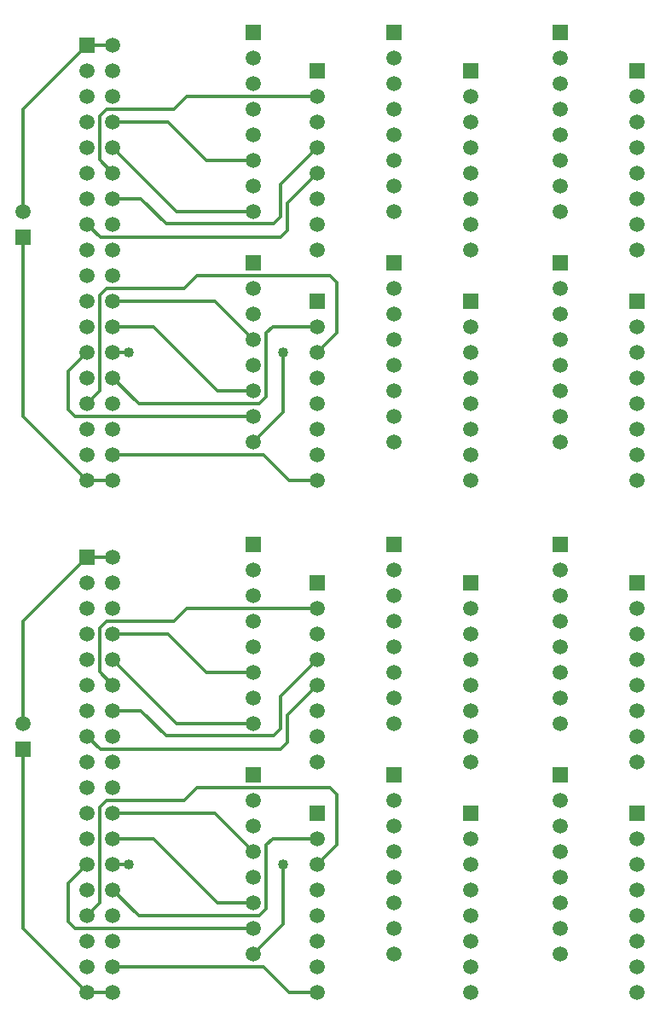
<source format=gbr>
G04 DipTrace 2.4.0.2*
%INBottom.gbr*%
%MOIN*%
%ADD13C,0.013*%
%ADD14R,0.0591X0.0591*%
%ADD15C,0.0591*%
%ADD16C,0.04*%
%FSLAX44Y44*%
G04*
G70*
G90*
G75*
G01*
%LNBottom*%
%LPD*%
X8440Y50440D2*
D13*
X7440D1*
X4940Y47940D1*
Y43940D1*
X13940Y38940D2*
X12440Y40440D1*
X8440D1*
X13940Y36940D2*
X12519D1*
X10019Y39440D1*
X8440D1*
X13940Y35940D2*
X6950D1*
X6690Y36200D1*
Y37690D1*
X7440Y38440D1*
X13940Y34940D2*
X15085Y36085D1*
Y38440D1*
X9065D2*
X8440D1*
X16440Y39440D2*
X14690D1*
X14430Y39180D1*
Y36690D1*
X14170Y36430D1*
X9450D1*
X8440Y37440D1*
X16440Y38440D2*
X17190Y39190D1*
Y41170D1*
X16930Y41430D1*
X11720D1*
X11220Y40930D1*
X8190D1*
X7930Y40670D1*
Y36930D1*
X7440Y36440D1*
X16440Y33440D2*
X15325D1*
X14325Y34440D1*
X8440D1*
Y30440D2*
X7440D1*
X4940Y27940D1*
Y23940D1*
X8440Y13440D2*
X7440D1*
X4940Y15940D1*
Y22940D1*
X8440Y33440D2*
X7440D1*
X4940Y35940D1*
Y42940D1*
X13940Y25940D2*
X12101D1*
X10601Y27440D1*
X8440D1*
X13940Y23940D2*
X10940D1*
X8440Y26440D1*
X16440Y25440D2*
X15264Y24264D1*
Y23190D1*
X15004Y22930D1*
X7950D1*
X7440Y23440D1*
X16440Y26440D2*
X15004Y25004D1*
Y23710D1*
X14744Y23450D1*
X10522D1*
X9532Y24440D1*
X8440D1*
X16440Y28440D2*
X11346D1*
X10836Y27930D1*
X8190D1*
X7930Y27670D1*
Y25950D1*
X8440Y25440D1*
X16440Y19440D2*
X14690D1*
X14430Y19180D1*
Y16690D1*
X14170Y16430D1*
X9450D1*
X8440Y17440D1*
X16440Y18440D2*
X17190Y19190D1*
Y21170D1*
X16930Y21430D1*
X11720D1*
X11220Y20930D1*
X8190D1*
X7930Y20670D1*
Y16930D1*
X7440Y16440D1*
X16440Y13440D2*
X15325D1*
X14325Y14440D1*
X8440D1*
X13940Y14940D2*
X15085Y16085D1*
Y18440D1*
X9065D2*
X8440D1*
X13940Y15940D2*
X6950D1*
X6690Y16200D1*
Y17690D1*
X7440Y18440D1*
X13940Y16940D2*
X12519D1*
X10019Y19440D1*
X8440D1*
X13940Y18940D2*
X12440Y20440D1*
X8440D1*
X13940Y45940D2*
X12101D1*
X10601Y47440D1*
X8440D1*
X13940Y43940D2*
X10940D1*
X8440Y46440D1*
X16440Y48440D2*
X11346D1*
X10836Y47930D1*
X8190D1*
X7930Y47670D1*
Y45950D1*
X8440Y45440D1*
X16440Y46440D2*
X15004Y45004D1*
Y43710D1*
X14744Y43450D1*
X10522D1*
X9532Y44440D1*
X8440D1*
X16440Y45440D2*
X15264Y44264D1*
Y43190D1*
X15004Y42930D1*
X7950D1*
X7440Y43440D1*
D16*
X15085Y38440D3*
X9065D3*
X15085Y18440D3*
X9065D3*
D14*
X7440Y50440D3*
D15*
X8440D3*
X7440Y49440D3*
X8440D3*
X7440Y48440D3*
X8440D3*
X7440Y47440D3*
X8440D3*
X7440Y46440D3*
X8440D3*
X7440Y45440D3*
X8440D3*
X7440Y44440D3*
X8440D3*
X7440Y43440D3*
X8440D3*
X7440Y42440D3*
X8440D3*
X7440Y41440D3*
X8440D3*
X7440Y40440D3*
X8440D3*
X7440Y39440D3*
X8440D3*
X7440Y38440D3*
X8440D3*
X7440Y37440D3*
X8440D3*
X7440Y36440D3*
X8440D3*
X7440Y35440D3*
X8440D3*
X7440Y34440D3*
X8440D3*
X7440Y33440D3*
X8440D3*
D14*
X13940Y50940D3*
D15*
Y49940D3*
Y48940D3*
Y47940D3*
Y46940D3*
Y45940D3*
Y44940D3*
Y43940D3*
D14*
X19440Y50940D3*
D15*
Y49940D3*
Y48940D3*
Y47940D3*
Y46940D3*
Y45940D3*
Y44940D3*
Y43940D3*
D14*
X16440Y49440D3*
D15*
Y48440D3*
Y47440D3*
Y46440D3*
Y45440D3*
Y44440D3*
Y43440D3*
Y42440D3*
D14*
X22440Y49440D3*
D15*
Y48440D3*
Y47440D3*
Y46440D3*
Y45440D3*
Y44440D3*
Y43440D3*
Y42440D3*
D14*
X25940Y50940D3*
D15*
Y49940D3*
Y48940D3*
Y47940D3*
Y46940D3*
Y45940D3*
Y44940D3*
Y43940D3*
D14*
X28940Y49440D3*
D15*
Y48440D3*
Y47440D3*
Y46440D3*
Y45440D3*
Y44440D3*
Y43440D3*
Y42440D3*
D14*
X13940Y41940D3*
D15*
Y40940D3*
Y39940D3*
Y38940D3*
Y37940D3*
Y36940D3*
Y35940D3*
Y34940D3*
D14*
X19440Y41940D3*
D15*
Y40940D3*
Y39940D3*
Y38940D3*
Y37940D3*
Y36940D3*
Y35940D3*
Y34940D3*
D14*
X16440Y40440D3*
D15*
Y39440D3*
Y38440D3*
Y37440D3*
Y36440D3*
Y35440D3*
Y34440D3*
Y33440D3*
D14*
X22440Y40440D3*
D15*
Y39440D3*
Y38440D3*
Y37440D3*
Y36440D3*
Y35440D3*
Y34440D3*
Y33440D3*
D14*
X25940Y41940D3*
D15*
Y40940D3*
Y39940D3*
Y38940D3*
Y37940D3*
Y36940D3*
Y35940D3*
Y34940D3*
D14*
X28940Y40440D3*
D15*
Y39440D3*
Y38440D3*
Y37440D3*
Y36440D3*
Y35440D3*
Y34440D3*
Y33440D3*
D14*
X4940Y42940D3*
D15*
Y43940D3*
D14*
X7440Y30440D3*
D15*
X8440D3*
X7440Y29440D3*
X8440D3*
X7440Y28440D3*
X8440D3*
X7440Y27440D3*
X8440D3*
X7440Y26440D3*
X8440D3*
X7440Y25440D3*
X8440D3*
X7440Y24440D3*
X8440D3*
X7440Y23440D3*
X8440D3*
X7440Y22440D3*
X8440D3*
X7440Y21440D3*
X8440D3*
X7440Y20440D3*
X8440D3*
X7440Y19440D3*
X8440D3*
X7440Y18440D3*
X8440D3*
X7440Y17440D3*
X8440D3*
X7440Y16440D3*
X8440D3*
X7440Y15440D3*
X8440D3*
X7440Y14440D3*
X8440D3*
X7440Y13440D3*
X8440D3*
D14*
X13940Y30940D3*
D15*
Y29940D3*
Y28940D3*
Y27940D3*
Y26940D3*
Y25940D3*
Y24940D3*
Y23940D3*
D14*
X19440Y30940D3*
D15*
Y29940D3*
Y28940D3*
Y27940D3*
Y26940D3*
Y25940D3*
Y24940D3*
Y23940D3*
D14*
X16440Y29440D3*
D15*
Y28440D3*
Y27440D3*
Y26440D3*
Y25440D3*
Y24440D3*
Y23440D3*
Y22440D3*
D14*
X22440Y29440D3*
D15*
Y28440D3*
Y27440D3*
Y26440D3*
Y25440D3*
Y24440D3*
Y23440D3*
Y22440D3*
D14*
X25940Y30940D3*
D15*
Y29940D3*
Y28940D3*
Y27940D3*
Y26940D3*
Y25940D3*
Y24940D3*
Y23940D3*
D14*
X28940Y29440D3*
D15*
Y28440D3*
Y27440D3*
Y26440D3*
Y25440D3*
Y24440D3*
Y23440D3*
Y22440D3*
D14*
X13940Y21940D3*
D15*
Y20940D3*
Y19940D3*
Y18940D3*
Y17940D3*
Y16940D3*
Y15940D3*
Y14940D3*
D14*
X19440Y21940D3*
D15*
Y20940D3*
Y19940D3*
Y18940D3*
Y17940D3*
Y16940D3*
Y15940D3*
Y14940D3*
D14*
X16440Y20440D3*
D15*
Y19440D3*
Y18440D3*
Y17440D3*
Y16440D3*
Y15440D3*
Y14440D3*
Y13440D3*
D14*
X22440Y20440D3*
D15*
Y19440D3*
Y18440D3*
Y17440D3*
Y16440D3*
Y15440D3*
Y14440D3*
Y13440D3*
D14*
X25940Y21940D3*
D15*
Y20940D3*
Y19940D3*
Y18940D3*
Y17940D3*
Y16940D3*
Y15940D3*
Y14940D3*
D14*
X28940Y20440D3*
D15*
Y19440D3*
Y18440D3*
Y17440D3*
Y16440D3*
Y15440D3*
Y14440D3*
Y13440D3*
D14*
X4940Y22940D3*
D15*
Y23940D3*
M02*

</source>
